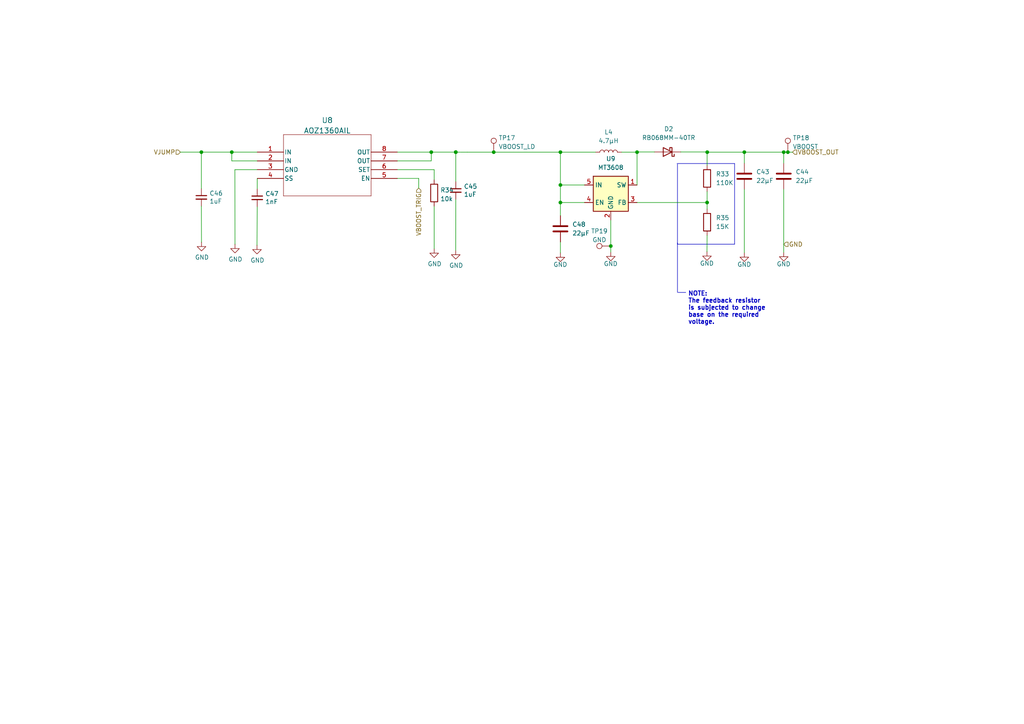
<source format=kicad_sch>
(kicad_sch (version 20230121) (generator eeschema)
  (paper "A4")
  (lib_symbols
    (symbol "017---PacketSWITCH-(Relay)--NewGen-with-Power-Meter-(PZEM-004T)-rev1c-rescue:GND-power" (power) (pin_names (offset 0))
      (property "Value" "GND-power" (at 0 -3.81 0))
      (symbol "GND-power_0_1"
        (polyline (pts (xy 0 0) (xy 0 -1.27) (xy 1.27 -1.27) (xy 0 -2.54) (xy -1.27 -1.27) (xy 0 -1.27)))
      )
      (symbol "GND-power_1_1"
        (pin power_in line (at 0 0 270) (length 0) hide (name "GND") (number "1"))
      )
    )
    (symbol "Connector:TestPoint" (pin_numbers hide) (pin_names (offset 0.762) hide)
      (property "Reference" "TP" (at 0 6.858 0))
      (property "Value" "TestPoint" (at 0 5.08 0))
      (symbol "TestPoint_0_1"
        (circle (center 0 3.302) (radius 0.762))
      )
      (symbol "TestPoint_1_1"
        (pin passive line (at 0 0 90) (length 2.54) (name "1") (number "1"))
      )
    )
    (symbol "Device:C" (pin_numbers hide) (pin_names (offset 0.254))
      (property "Reference" "C" (at 0.635 2.54 0))
      (property "Value" "C" (at 0.635 -2.54 0))
      (symbol "C_0_1"
        (polyline (pts (xy -2.032 -0.762) (xy 2.032 -0.762)) (stroke (width 0.508)))
        (polyline (pts (xy -2.032 0.762) (xy 2.032 0.762)) (stroke (width 0.508)))
      )
      (symbol "C_1_1"
        (pin passive line (at 0 3.81 270) (length 2.794) (name "~") (number "1"))
        (pin passive line (at 0 -3.81 90) (length 2.794) (name "~") (number "2"))
      )
    )
    (symbol "Device:C_Small" (pin_numbers hide) (pin_names (offset 0.254) hide)
      (property "Reference" "C" (at 0.254 1.778 0))
      (property "Value" "C_Small" (at 0.254 -2.032 0))
      (symbol "C_Small_0_1"
        (polyline (pts (xy -1.524 -0.508) (xy 1.524 -0.508)) (stroke (width 0.3302)))
        (polyline (pts (xy -1.524 0.508) (xy 1.524 0.508)) (stroke (width 0.3048)))
      )
      (symbol "C_Small_1_1"
        (pin passive line (at 0 2.54 270) (length 2.032) (name "~") (number "1"))
        (pin passive line (at 0 -2.54 90) (length 2.032) (name "~") (number "2"))
      )
    )
    (symbol "Device:D_Schottky" (pin_numbers hide) (pin_names (offset 1.016) hide)
      (property "Reference" "D" (at 0 2.54 0))
      (property "Value" "D_Schottky" (at 0 -2.54 0))
      (symbol "D_Schottky_0_1"
        (polyline (pts (xy 1.27 0) (xy -1.27 0)))
        (polyline (pts (xy 1.27 1.27) (xy 1.27 -1.27) (xy -1.27 0) (xy 1.27 1.27)) (stroke (width 0.254)))
        (polyline (pts (xy -1.905 0.635) (xy -1.905 1.27) (xy -1.27 1.27) (xy -1.27 -1.27) (xy -0.635 -1.27) (xy -0.635 -0.635)) (stroke (width 0.254)))
      )
      (symbol "D_Schottky_1_1"
        (pin passive line (at -3.81 0 0) (length 2.54) (name "K") (number "1"))
        (pin passive line (at 3.81 0 180) (length 2.54) (name "A") (number "2"))
      )
    )
    (symbol "Device:L" (pin_numbers hide) (pin_names (offset 1.016) hide)
      (property "Reference" "L" (at -1.27 0 90))
      (property "Value" "L" (at 1.905 0 90))
      (symbol "L_0_1"
        (arc (start 0 -2.54) (mid 0.6323 -1.905) (end 0 -1.27))
        (arc (start 0 -1.27) (mid 0.6323 -0.635) (end 0 0))
        (arc (start 0 0) (mid 0.6323 0.635) (end 0 1.27))
        (arc (start 0 1.27) (mid 0.6323 1.905) (end 0 2.54))
      )
      (symbol "L_1_1"
        (pin passive line (at 0 3.81 270) (length 1.27) (name "1") (number "1"))
        (pin passive line (at 0 -3.81 90) (length 1.27) (name "2") (number "2"))
      )
    )
    (symbol "Device:R" (pin_numbers hide) (pin_names (offset 0))
      (property "Reference" "R" (at 2.032 0 90))
      (property "Value" "R" (at 0 0 90))
      (symbol "R_0_1"
        (rectangle (start -1.016 -2.54) (end 1.016 2.54) (stroke (width 0.254)))
      )
      (symbol "R_1_1"
        (pin passive line (at 0 3.81 270) (length 1.27) (name "~") (number "1"))
        (pin passive line (at 0 -3.81 90) (length 1.27) (name "~") (number "2"))
      )
    )
    (symbol "Regulator_Switching:MT3608"
      (property "Reference" "U" (at -2.54 8.89 0))
      (property "Value" "MT3608" (at -3.81 6.35 0))
      (symbol "MT3608_0_1"
        (rectangle (start -5.08 5.08) (end 5.08 -5.08) (stroke (width 0.254)) (fill (type background)))
      )
      (symbol "MT3608_1_1"
        (pin passive line (at 7.62 2.54 180) (length 2.54) (name "SW") (number "1"))
        (pin power_in line (at 0 -7.62 90) (length 2.54) (name "GND") (number "2"))
        (pin input line (at 7.62 -2.54 180) (length 2.54) (name "FB") (number "3"))
        (pin input line (at -7.62 -2.54 0) (length 2.54) (name "EN") (number "4"))
        (pin power_in line (at -7.62 2.54 0) (length 2.54) (name "IN") (number "5"))
        (pin no_connect line (at 5.08 0 180) (length 2.54) hide (name "NC") (number "6"))
      )
    )
    (symbol "power:GND" (power) (pin_names (offset 0))
      (property "Value" "GND" (at 0 -3.81 0))
      (symbol "GND_0_1"
        (polyline (pts (xy 0 0) (xy 0 -1.27) (xy 1.27 -1.27) (xy 0 -2.54) (xy -1.27 -1.27) (xy 0 -1.27)))
      )
      (symbol "GND_1_1"
        (pin power_in line (at 0 0 270) (length 0) hide (name "GND") (number "1"))
      )
    )
    (symbol "ul_AOZ1360AIL:AOZ1360AIL" (pin_names (offset 0.254))
      (property "Reference" "U" (at 20.32 10.16 0))
      (property "Value" "AOZ1360AIL" (at 20.32 7.62 0))
      (symbol "AOZ1360AIL_0_1"
        (polyline (pts (xy 7.62 -12.7) (xy 33.02 -12.7)) (stroke (width 0.127)))
        (polyline (pts (xy 7.62 5.08) (xy 7.62 -12.7)) (stroke (width 0.127)))
        (polyline (pts (xy 33.02 -12.7) (xy 33.02 5.08)) (stroke (width 0.127)))
        (polyline (pts (xy 33.02 5.08) (xy 7.62 5.08)) (stroke (width 0.127)))
        (pin input line (at 0 0 0) (length 7.62) (name "IN") (number "1"))
        (pin input line (at 0 -2.54 0) (length 7.62) (name "IN") (number "2"))
        (pin power_out line (at 0 -5.08 0) (length 7.62) (name "GND") (number "3"))
        (pin unspecified line (at 0 -7.62 0) (length 7.62) (name "SS") (number "4"))
        (pin unspecified line (at 40.64 -7.62 180) (length 7.62) (name "EN") (number "5"))
        (pin unspecified line (at 40.64 -5.08 180) (length 7.62) (name "SET") (number "6"))
        (pin output line (at 40.64 -2.54 180) (length 7.62) (name "OUT") (number "7"))
        (pin output line (at 40.64 0 180) (length 7.62) (name "OUT") (number "8"))
      )
    )
  )
  (junction (at 162.5441 53.6594))
  (junction (at 205.1236 44.1344))
  (junction (at 67.2266 44.1279))
  (junction (at 132.1948 44.1279))
  (junction (at 58.405 44.1279))
  (junction (at 215.8841 44.1344))
  (junction (at 227.3141 44.1344))
  (junction (at 177.1491 71.3638))
  (junction (at 162.5441 58.7394))
  (junction (at 162.5441 44.1344))
  (junction (at 184.7691 44.1344))
  (junction (at 228.509 44.1344))
  (junction (at 143.2012 44.1344))
  (junction (at 205.0891 58.7394))
  (junction (at 132.1947 44.1279))
  (junction (at 125.0823 44.1279))
  (wire (pts (xy 205.1236 44.1344) (xy 215.8841 44.1344)))
  (wire (pts (xy 205.0891 47.9444) (xy 205.0891 44.1344)))
  (wire (pts (xy 135.5299 44.1344) (xy 143.2012 44.1344)))
  (wire (pts (xy 162.5441 70.1694) (xy 162.5441 73.3444)))
  (wire (pts (xy 162.5441 53.6594) (xy 162.5441 58.7394)))
  (polyline (pts (xy 196.4955 70.4416) (xy 196.4955 84.8141)))
  (wire (pts (xy 67.2266 46.6679) (xy 67.2266 44.1279)))
  (polyline (pts (xy 196.4955 47.6261) (xy 196.4955 70.8284)))
  (polyline (pts (xy 213.0594 70.8284) (xy 213.0594 47.4327)))
  (wire (pts (xy 227.3141 54.9294) (xy 227.3141 73.184)))
  (wire (pts (xy 177.1491 71.3638) (xy 177.1491 73.1111)))
  (wire (pts (xy 215.8841 44.1344) (xy 227.3141 44.1344)))
  (wire (pts (xy 215.8841 54.9294) (xy 215.8841 73.3128)))
  (wire (pts (xy 189.8273 44.0759) (xy 184.7691 44.0759)))
  (wire (pts (xy 74.607 49.2079) (xy 68.1285 49.2079)))
  (wire (pts (xy 121.45 51.7479) (xy 115.247 51.7479)))
  (wire (pts (xy 125.9308 49.2079) (xy 125.9308 52.168)))
  (wire (pts (xy 169.5291 53.6594) (xy 162.5441 53.6594)))
  (wire (pts (xy 205.0891 58.7394) (xy 205.0891 60.6444)))
  (wire (pts (xy 205.0891 68.2644) (xy 205.0511 72.9956)))
  (wire (pts (xy 215.8841 47.3094) (xy 215.8841 44.1344)))
  (wire (pts (xy 177.1491 63.8194) (xy 177.1491 71.3638)))
  (wire (pts (xy 180.3241 44.1344) (xy 184.7691 44.1344)))
  (wire (pts (xy 125.0823 46.6679) (xy 125.0823 44.1279)))
  (wire (pts (xy 125.9308 59.788) (xy 125.9299 72.1495)))
  (wire (pts (xy 227.3141 44.1344) (xy 227.3141 47.3094)))
  (wire (pts (xy 143.2012 44.1344) (xy 162.5441 44.1344)))
  (wire (pts (xy 58.405 54.7046) (xy 58.405 44.1279)))
  (wire (pts (xy 205.1236 44.0759) (xy 205.1236 44.1344)))
  (wire (pts (xy 184.7691 44.1344) (xy 184.7691 53.6594)))
  (polyline (pts (xy 196.4955 70.8284) (xy 213.0594 70.8284)))
  (wire (pts (xy 67.2266 44.1279) (xy 74.607 44.1279)))
  (wire (pts (xy 205.0891 44.1344) (xy 205.1236 44.1344)))
  (wire (pts (xy 197.4473 44.0759) (xy 205.1236 44.0759)))
  (wire (pts (xy 162.5441 44.1344) (xy 162.5441 53.6594)))
  (wire (pts (xy 132.1947 57.7889) (xy 132.1816 72.6006)))
  (wire (pts (xy 169.5291 58.7394) (xy 162.5441 58.7394)))
  (wire (pts (xy 228.509 44.1344) (xy 229.8541 44.1344)))
  (wire (pts (xy 184.7691 58.7394) (xy 205.0891 58.7394)))
  (wire (pts (xy 184.7691 44.0759) (xy 184.7691 44.1344)))
  (wire (pts (xy 162.5441 44.1344) (xy 172.7041 44.1344)))
  (wire (pts (xy 132.1948 44.1279) (xy 132.1947 44.1279)))
  (wire (pts (xy 74.607 46.6679) (xy 67.2266 46.6679)))
  (wire (pts (xy 205.0891 55.5644) (xy 205.0891 58.7394)))
  (wire (pts (xy 121.45 54.5392) (xy 121.45 51.7479)))
  (wire (pts (xy 135.5299 44.1344) (xy 132.1947 44.1279)))
  (wire (pts (xy 115.247 46.6679) (xy 125.0823 46.6679)))
  (wire (pts (xy 68.1285 49.2079) (xy 68.1576 70.8204)))
  (polyline (pts (xy 196.3666 47.4327) (xy 213.0594 47.4327)))
  (wire (pts (xy 115.247 49.2079) (xy 125.9308 49.2079)))
  (polyline (pts (xy 196.6405 84.8141) (xy 198.8963 84.8141)))
  (wire (pts (xy 162.5441 58.7394) (xy 162.5441 62.5494)))
  (wire (pts (xy 74.607 59.9154) (xy 74.5382 71.1104)))
  (wire (pts (xy 125.0823 44.1279) (xy 132.1947 44.1279)))
  (wire (pts (xy 74.607 51.7479) (xy 74.607 54.8354)))
  (wire (pts (xy 58.405 44.1279) (xy 67.2266 44.1279)))
  (wire (pts (xy 227.3141 44.1344) (xy 228.509 44.1344)))
  (wire (pts (xy 58.405 59.7846) (xy 58.4416 70.2403)))
  (wire (pts (xy 52.3225 44.1279) (xy 58.405 44.1279)))
  (wire (pts (xy 115.247 44.1279) (xy 125.0823 44.1279)))
  (wire (pts (xy 132.1947 52.7089) (xy 132.1948 44.1279)))
  (text "NOTE:\nThe feedback resistor \nis subjected to change \nbase on the required \nvoltage." (at 199.5408 94.224 0) (effects (font (size 1.27 1.27) (thickness 0.254) bold) (justify left bottom)))
  (hierarchical_label "VJUMP" (shape input) (at 52.3225 44.1279 180))
  (hierarchical_label "VBOOST_OUT" (shape input) (at 229.8541 44.1344 0))
  (hierarchical_label "GND" (shape input) (at 227.3141 70.8637 0))
  (hierarchical_label "VBOOST_TRIG" (shape input) (at 121.45 54.5392 270))
  (symbol (lib_id "Device:C_Small") (at 132.1947 55.2489 0) (unit 1)
    (property "Reference" "C45" (at 134.5315 54.0805 0) (effects (justify left)))
    (property "Value" "1uF" (at 134.5315 56.3919 0) (effects (justify left)))
    (property "Footprint" "Capacitor_SMD:C_1206_3216Metric" (effects hide))
    (property "Datasheet" "https://product.tdk.com/system/files/dam/doc/product/capacitor/ceramic/mlcc/catalog/mlcc_commercial_soft_en.pdf" (effects hide))
    (property "Manufacturer_Name" "TDK Corporation" (effects hide))
    (property "Manufacturer_Part_Number" "C3216X7R2A105K160AE" (effects hide))
    (property "Price" "32.74000" (effects hide))
    (property "Purchase-URL" "https://www.digikey.ph/en/products/detail/tdk-corporation/C3216X7R2A105K160AE/3283648" (effects hide))
  )
  (symbol (lib_id "Device:C_Small") (at 74.607 57.3754 0) (unit 1)
    (property "Reference" "C47" (at 76.9438 56.207 0) (effects (justify left)))
    (property "Value" "1nF" (at 76.9438 58.5184 0) (effects (justify left)))
    (property "Footprint" "Capacitor_SMD:C_1206_3216Metric" (effects hide))
    (property "Datasheet" "https://connect.kemet.com:7667/gateway/IntelliData-ComponentDocumentation/1.0/download/datasheet/C0603C102K5REC7867" (effects hide))
    (property "Manufacturer_Name" "KEMET" (effects hide))
    (property "Manufacturer_Part_Number" "C0603C102K5REC7867" (effects hide))
    (property "Price" "9.82000" (effects hide))
    (property "Purchase-URL" "https://www.digikey.ph/en/products/detail/kemet/C0603C102K5REC7867/6825421" (effects hide))
  )
  (symbol (lib_id "Device:R") (at 205.0891 64.4544 0) (unit 1)
    (property "Reference" "R35" (at 207.6291 63.1843 0) (effects (justify left)))
    (property "Value" "15K" (at 207.6291 65.7243 0) (effects (justify left)))
    (property "Footprint" "Resistor_SMD:R_0603_1608Metric" (effects hide))
  )
  (symbol (lib_id "Connector:TestPoint") (at 228.509 44.1344 0) (unit 1)
    (property "Reference" "TP18" (at 229.906 39.9977 0) (effects (justify left)))
    (property "Value" "VBOOST" (at 229.906 42.5346 0) (effects (justify left)))
    (property "Footprint" "TestPoint:TestPoint_Pad_D1.0mm" (effects hide))
  )
  (symbol (lib_id "Device:R") (at 205.0891 51.7544 0) (unit 1)
    (property "Reference" "R33" (at 207.6291 50.4843 0) (effects (justify left)))
    (property "Value" "110K" (at 207.6291 53.0243 0) (effects (justify left)))
    (property "Footprint" "Resistor_SMD:R_0603_1608Metric" (effects hide))
  )
  (symbol (lib_id "Regulator_Switching:MT3608") (at 177.1491 56.1994 0) (unit 1)
    (property "Reference" "U9" (at 177.1491 46.0497 0))
    (property "Value" "MT3608" (at 177.1491 48.5897 0))
    (property "Footprint" "Package_TO_SOT_SMD:SOT-23-6" (effects hide))
    (property "Datasheet" "https://www.olimex.com/Products/Breadboarding/BB-PWR-3608/resources/MT3608.pdf" (effects hide))
  )
  (symbol (lib_id "017---PacketSWITCH-(Relay)--NewGen-with-Power-Meter-(PZEM-004T)-rev1c-rescue:GND-power") (at 125.9299 72.1495 0) (unit 1)
    (property "Reference" "#PWR033" (effects hide))
    (property "Value" "GND" (at 126.0569 76.5437 0))
  )
  (symbol (lib_id "power:GND") (at 227.3141 73.184 0) (unit 1)
    (property "Reference" "#PWR037" (effects hide))
    (property "Value" "GND" (at 227.2929 76.5753 0))
  )
  (symbol (lib_id "017---PacketSWITCH-(Relay)--NewGen-with-Power-Meter-(PZEM-004T)-rev1c-rescue:GND-power") (at 68.1576 70.8204 0) (unit 1)
    (property "Reference" "#PWR031" (effects hide))
    (property "Value" "GND" (at 68.2846 75.2146 0))
  )
  (symbol (lib_id "ul_AOZ1360AIL:AOZ1360AIL") (at 74.607 44.1279 0) (unit 1)
    (property "Reference" "U8" (at 94.927 34.9003 0) (effects (font (size 1.524 1.524))))
    (property "Value" "AOZ1360AIL" (at 94.927 37.8937 0) (effects (font (size 1.524 1.524))))
    (property "Footprint" "ul_AOZ1360AIL:AOZ1360AIL_AOS" (effects hide))
    (property "Datasheet" "AOZ1360AIL" (effects hide))
  )
  (symbol (lib_id "Device:D_Schottky") (at 193.6373 44.0759 180) (unit 1)
    (property "Reference" "D2" (at 193.9548 37.4067 0))
    (property "Value" "RB068MM-40TR" (at 193.9548 39.9467 0))
    (property "Footprint" "Packetworx Footprints:RB068MM-40TR" (effects hide))
    (property "Datasheet" "https://www.mccsemi.com/pdf/Products/SMD22PL-SMD210PL(SOD-123FL).pdf" (effects hide))
    (property "Manufacturer_Name" "Micro Commercial Co" (effects hide))
    (property "Manufacturer_Part_Number" "SMD24PL-TP" (effects hide))
    (property "Price" "21.83000" (effects hide))
    (property "Purchase-URL" "https://www.digikey.ph/en/products/detail/micro-commercial-co/SMD24PL-TP/1793425" (effects hide))
  )
  (symbol (lib_id "Device:C_Small") (at 58.405 57.2446 0) (unit 1)
    (property "Reference" "C46" (at 60.7418 56.0762 0) (effects (justify left)))
    (property "Value" "1uF" (at 60.7418 58.3876 0) (effects (justify left)))
    (property "Footprint" "Capacitor_SMD:C_1206_3216Metric" (effects hide))
    (property "Datasheet" "https://product.tdk.com/system/files/dam/doc/product/capacitor/ceramic/mlcc/catalog/mlcc_commercial_soft_en.pdf" (effects hide))
    (property "Manufacturer_Name" "TDK Corporation" (effects hide))
    (property "Manufacturer_Part_Number" "C3216X7R2A105K160AE" (effects hide))
    (property "Price" "32.74000" (effects hide))
    (property "Purchase-URL" "https://www.digikey.ph/en/products/detail/tdk-corporation/C3216X7R2A105K160AE/3283648" (effects hide))
  )
  (symbol (lib_id "Connector:TestPoint") (at 143.2012 44.1344 0) (unit 1)
    (property "Reference" "TP17" (at 144.5982 39.9977 0) (effects (justify left)))
    (property "Value" "VBOOST_LD" (at 144.5982 42.5346 0) (effects (justify left)))
    (property "Footprint" "TestPoint:TestPoint_Pad_D1.0mm" (effects hide))
  )
  (symbol (lib_id "Device:L") (at 176.5141 44.1344 90) (unit 1)
    (property "Reference" "L4" (at 176.5141 38.3106 90))
    (property "Value" "4.7µH" (at 176.5141 40.8506 90))
    (property "Footprint" "Inductor_SMD:L_Taiyo-Yuden_NR-24xx" (effects hide))
  )
  (symbol (lib_id "power:GND") (at 177.1491 73.1111 0) (unit 1)
    (property "Reference" "#PWR036" (effects hide))
    (property "Value" "GND" (at 177.1279 76.5024 0))
  )
  (symbol (lib_id "017---PacketSWITCH-(Relay)--NewGen-with-Power-Meter-(PZEM-004T)-rev1c-rescue:GND-power") (at 74.5382 71.1104 0) (unit 1)
    (property "Reference" "#PWR032" (effects hide))
    (property "Value" "GND" (at 74.6652 75.5046 0))
  )
  (symbol (lib_id "Device:C") (at 215.8841 51.1194 0) (unit 1)
    (property "Reference" "C43" (at 219.3159 49.8493 0) (effects (justify left)))
    (property "Value" "22µF" (at 219.3159 52.3893 0) (effects (justify left)))
    (property "Footprint" "Capacitor_SMD:C_0603_1608Metric" (effects hide))
    (property "Datasheet" "https://www.yageo.com/upload/website/yageo_High%20Capacitance%20MLCCs_2016_19050911_141.pdf" (effects hide))
    (property "Manufacturer_Name" "YAGEO" (effects hide))
    (property "Manufacturer_Part_Number" "CC0603MRX5R6BB226" (effects hide))
    (property "Price" "37.11000" (effects hide))
    (property "Purchase-URL" "https://www.digikey.ph/en/products/detail/yageo/CC0603MRX5R6BB226/5195226" (effects hide))
  )
  (symbol (lib_id "Device:C") (at 227.3141 51.1194 0) (unit 1)
    (property "Reference" "C44" (at 230.7459 49.8493 0) (effects (justify left)))
    (property "Value" "22µF" (at 230.7459 52.3893 0) (effects (justify left)))
    (property "Footprint" "Capacitor_SMD:C_0603_1608Metric" (effects hide))
    (property "Datasheet" "https://www.yageo.com/upload/website/yageo_High%20Capacitance%20MLCCs_2016_19050911_141.pdf" (effects hide))
    (property "Manufacturer_Name" "YAGEO" (effects hide))
    (property "Manufacturer_Part_Number" "CC0603MRX5R6BB226" (effects hide))
    (property "Price" "37.11000" (effects hide))
    (property "Purchase-URL" "https://www.digikey.ph/en/products/detail/yageo/CC0603MRX5R6BB226/5195226" (effects hide))
  )
  (symbol (lib_id "017---PacketSWITCH-(Relay)--NewGen-with-Power-Meter-(PZEM-004T)-rev1c-rescue:GND-power") (at 132.1816 72.6006 0) (unit 1)
    (property "Reference" "#PWR034" (effects hide))
    (property "Value" "GND" (at 132.3086 76.9948 0))
  )
  (symbol (lib_id "017---PacketSWITCH-(Relay)--NewGen-with-Power-Meter-(PZEM-004T)-rev1c-rescue:GND-power") (at 58.4416 70.2403 0) (unit 1)
    (property "Reference" "#PWR030" (effects hide))
    (property "Value" "GND" (at 58.5686 74.6345 0))
  )
  (symbol (lib_id "power:GND") (at 205.0511 72.9956 0) (unit 1)
    (property "Reference" "#PWR035" (effects hide))
    (property "Value" "GND" (at 205.0299 76.3869 0))
  )
  (symbol (lib_id "power:GND") (at 215.8841 73.3128 0) (unit 1)
    (property "Reference" "#PWR038" (effects hide))
    (property "Value" "GND" (at 215.8629 76.7041 0))
  )
  (symbol (lib_id "power:GND") (at 162.5441 73.3444 0) (unit 1)
    (property "Reference" "#PWR039" (effects hide))
    (property "Value" "GND" (at 162.5229 76.7357 0))
  )
  (symbol (lib_id "Connector:TestPoint") (at 177.1491 71.3638 90) (unit 1)
    (property "Reference" "TP19" (at 173.8471 67.029 90))
    (property "Value" "GND" (at 173.8471 69.5659 90))
    (property "Footprint" "TestPoint:TestPoint_Pad_D1.0mm" (effects hide))
  )
  (symbol (lib_id "Device:R") (at 125.9308 55.978 0) (unit 1)
    (property "Reference" "R34" (at 127.7088 55.1433 0) (effects (justify left)))
    (property "Value" "10k" (at 127.7088 57.6802 0) (effects (justify left)))
    (property "Footprint" "Packetworx Footprints:10K(0603)" (effects hide))
  )
  (symbol (lib_id "Device:C") (at 162.5441 66.3594 0) (unit 1)
    (property "Reference" "C48" (at 165.9759 65.0893 0) (effects (justify left)))
    (property "Value" "22µF" (at 165.9759 67.6293 0) (effects (justify left)))
    (property "Footprint" "Capacitor_SMD:C_0603_1608Metric" (effects hide))
    (property "Datasheet" "https://www.yageo.com/upload/website/yageo_High%20Capacitance%20MLCCs_2016_19050911_141.pdf" (effects hide))
    (property "Manufacturer_Name" "YAGEO" (effects hide))
    (property "Manufacturer_Part_Number" "CC0603MRX5R6BB226" (effects hide))
    (property "Price" "37.11000" (effects hide))
    (property "Purchase-URL" "https://www.digikey.ph/en/products/detail/yageo/CC0603MRX5R6BB226/5195226" (effects hide))
  )
)
</source>
